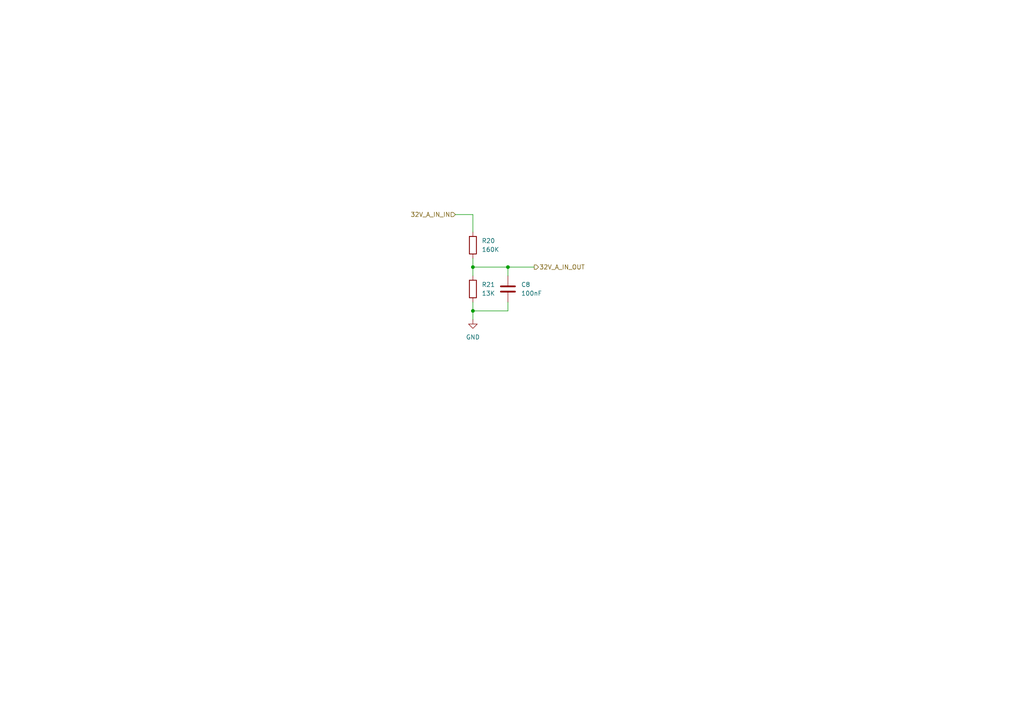
<source format=kicad_sch>
(kicad_sch (version 20250114) (generator "eeschema") (generator_version "9.0")
  (paper "A4")
  (lib_symbols
    (symbol "Device:C" (pin_numbers (hide yes)) (pin_names (offset 0.254))
      (property "Reference" "C" (at 0.635 2.54 0))
      (property "Value" "C" (at 0.635 -2.54 0))
      (symbol "C_0_1"
        (polyline (pts (xy -2.032 0.762) (xy 2.032 0.762)) (stroke (width 0.508)))
        (polyline (pts (xy -2.032 -0.762) (xy 2.032 -0.762)) (stroke (width 0.508)))
      )
      (symbol "C_1_1"
        (pin passive line (at 0 3.81 270) (length 2.794) (name "~") (number "1"))
        (pin passive line (at 0 -3.81 90) (length 2.794) (name "~") (number "2"))
      )
    )
    (symbol "Device:R" (pin_numbers (hide yes)) (pin_names (offset 0))
      (property "Reference" "R" (at 2.032 0 90))
      (property "Value" "R" (at 0 0 90))
      (symbol "R_0_1"
        (rectangle (start -1.016 -2.54) (end 1.016 2.54) (stroke (width 0.254)))
      )
      (symbol "R_1_1"
        (pin passive line (at 0 3.81 270) (length 1.27) (name "~") (number "1"))
        (pin passive line (at 0 -3.81 90) (length 1.27) (name "~") (number "2"))
      )
    )
    (symbol "power:GND" (power) (pin_numbers (hide yes)) (pin_names (offset 0) (hide yes))
      (property "Value" "GND" (at 0 -3.81 0))
      (symbol "GND_0_1"
        (polyline (pts (xy 0 0) (xy 0 -1.27) (xy 1.27 -1.27) (xy 0 -2.54) (xy -1.27 -1.27) (xy 0 -1.27)))
      )
      (symbol "GND_1_1"
        (pin power_in line (at 0 0 270) (length 0) (name "~") (number "1"))
      )
    )
  )
  (junction (at 147.32 77.47))
  (junction (at 137.16 90.17))
  (junction (at 137.16 77.47))
  (wire (pts (xy 137.16 87.63) (xy 137.16 90.17)))
  (wire (pts (xy 137.16 62.23) (xy 137.16 67.31)))
  (wire (pts (xy 147.32 90.17) (xy 137.16 90.17)))
  (wire (pts (xy 147.32 77.47) (xy 137.16 77.47)))
  (wire (pts (xy 137.16 90.17) (xy 137.16 92.71)))
  (wire (pts (xy 147.32 77.47) (xy 154.94 77.47)))
  (wire (pts (xy 137.16 77.47) (xy 137.16 80.01)))
  (wire (pts (xy 147.32 87.63) (xy 147.32 90.17)))
  (wire (pts (xy 137.16 74.93) (xy 137.16 77.47)))
  (wire (pts (xy 132.08 62.23) (xy 137.16 62.23)))
  (wire (pts (xy 147.32 80.01) (xy 147.32 77.47)))
  (hierarchical_label "32V_A_IN_IN" (shape input) (at 132.08 62.23 180))
  (hierarchical_label "32V_A_IN_OUT" (shape output) (at 154.94 77.47 0))
  (symbol (lib_id "Device:R") (at 137.16 83.82 0) (unit 1)
    (property "Reference" "R21" (at 139.7 82.5499 0) (effects (justify left)))
    (property "Value" "13K" (at 139.7 85.0899 0) (effects (justify left)))
    (property "Footprint" "Resistor_SMD:R_0201_0603Metric" (effects (hide yes)))
    (property "Description" "Resistor" (effects (hide yes)))
  )
  (symbol (lib_id "power:GND") (at 137.16 92.71 0) (unit 1)
    (property "Reference" "#PWR041" (effects (hide yes)))
    (property "Value" "GND" (at 137.16 97.79 0))
    (property "Description" "Power symbol creates a global label with name \"GND\" , ground" (effects (hide yes)))
  )
  (symbol (lib_id "Device:R") (at 137.16 71.12 0) (unit 1)
    (property "Reference" "R20" (at 139.7 69.8499 0) (effects (justify left)))
    (property "Value" "160K" (at 139.7 72.3899 0) (effects (justify left)))
    (property "Footprint" "Resistor_SMD:R_0201_0603Metric" (effects (hide yes)))
    (property "Description" "Resistor" (effects (hide yes)))
  )
  (symbol (lib_id "Device:C") (at 147.32 83.82 0) (unit 1)
    (property "Reference" "C8" (at 151.13 82.5499 0) (effects (justify left)))
    (property "Value" "100nF" (at 151.13 85.0899 0) (effects (justify left)))
    (property "Footprint" "Capacitor_SMD:C_0201_0603Metric" (effects (hide yes)))
    (property "Description" "Unpolarized capacitor" (effects (hide yes)))
  )
)
</source>
